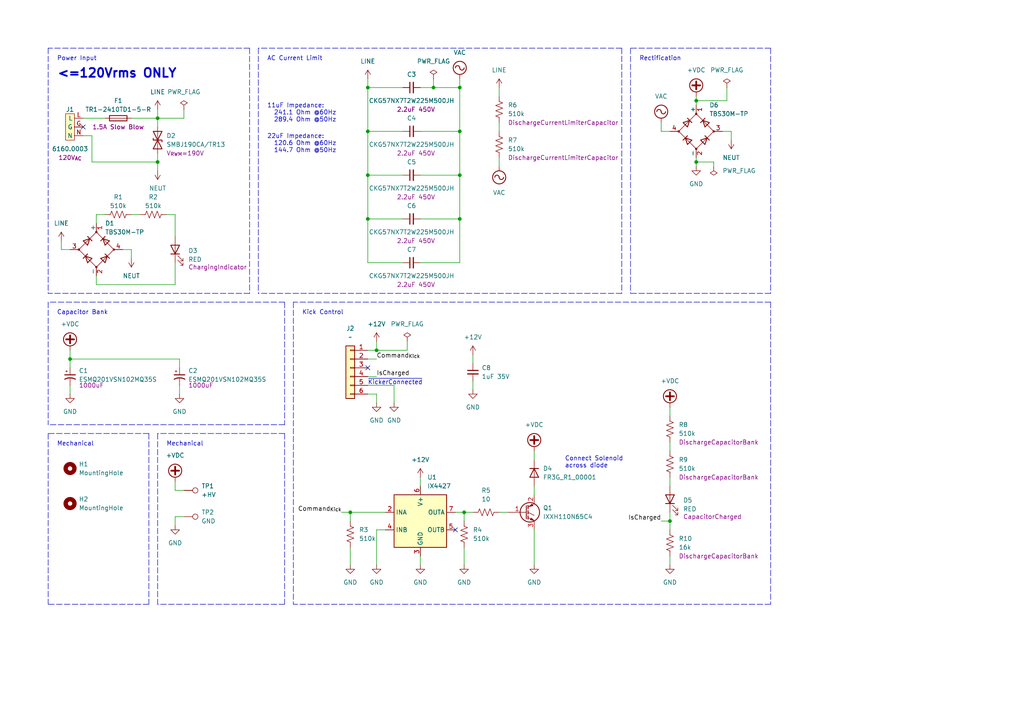
<source format=kicad_sch>
(kicad_sch (version 20211123) (generator eeschema)
  (paper "A4")
  (lib_symbols
    (symbol "AT-Connectors:Conn_ACPowerEntry_LGN"
      (property "Reference" "J" (at 0 5.08 0))
      (property "Value" "Conn_ACPowerEntry_LGN" (at 0 -5.08 0))
      (symbol "Conn_ACPowerEntry_LGN_0_1"
        (rectangle (start -1.27 3.81) (end 1.27 -3.81) (stroke (width 0.1524)) (fill (type background)))
      )
      (symbol "Conn_ACPowerEntry_LGN_1_1"
        (pin power_out line (at 3.81 0 180) (length 2.54) (name "G") (number "G"))
        (pin power_out line (at 3.81 2.54 180) (length 2.54) (name "L") (number "L"))
        (pin power_out line (at 3.81 -2.54 180) (length 2.54) (name "N") (number "N"))
      )
    )
    (symbol "AT-PowerIC:IX4427"
      (property "Reference" "U" (at -7.62 8.89 0))
      (property "Value" "IX4427" (at 1.27 8.89 0))
      (symbol "IX4427_0_1"
        (rectangle (start -7.62 -7.62) (end 7.62 7.62) (stroke (width 0.254)) (fill (type background)))
      )
      (symbol "IX4427_1_1"
        (pin no_connect line (at -7.62 0 0) (length 2.54) hide (name "NC") (number "1"))
        (pin input line (at -10.16 2.54 0) (length 2.54) (name "INA") (number "2"))
        (pin power_in line (at 0 -10.16 90) (length 2.54) (name "GND") (number "3"))
        (pin input line (at -10.16 -2.54 0) (length 2.54) (name "INB") (number "4"))
        (pin output line (at 10.16 -2.54 180) (length 2.54) (name "OUTB") (number "5"))
        (pin power_in line (at 0 10.16 270) (length 2.54) (name "V+") (number "6"))
        (pin output line (at 10.16 2.54 180) (length 2.54) (name "OUTA") (number "7"))
        (pin no_connect line (at 7.62 0 180) (length 2.54) hide (name "NC") (number "8"))
      )
    )
    (symbol "Connector:TestPoint" (pin_numbers hide) (pin_names (offset 0.762) hide)
      (property "Reference" "TP" (at 0 6.858 0))
      (property "Value" "TestPoint" (at 0 5.08 0))
      (symbol "TestPoint_0_1"
        (circle (center 0 3.302) (radius 0.762))
      )
      (symbol "TestPoint_1_1"
        (pin passive line (at 0 0 90) (length 2.54) (name "1") (number "1"))
      )
    )
    (symbol "Connector_Generic:Conn_01x06" (pin_names (offset 1.016) hide)
      (property "Reference" "J" (at 0 7.62 0))
      (property "Value" "Conn_01x06" (at 0 -10.16 0))
      (symbol "Conn_01x06_1_1"
        (rectangle (start -1.27 -7.493) (end 0 -7.747) (stroke (width 0.1524)))
        (rectangle (start -1.27 -4.953) (end 0 -5.207) (stroke (width 0.1524)))
        (rectangle (start -1.27 -2.413) (end 0 -2.667) (stroke (width 0.1524)))
        (rectangle (start -1.27 0.127) (end 0 -0.127) (stroke (width 0.1524)))
        (rectangle (start -1.27 2.667) (end 0 2.413) (stroke (width 0.1524)))
        (rectangle (start -1.27 5.207) (end 0 4.953) (stroke (width 0.1524)))
        (rectangle (start -1.27 6.35) (end 1.27 -8.89) (stroke (width 0.254)) (fill (type background)))
        (pin passive line (at -5.08 5.08 0) (length 3.81) (name "Pin_1") (number "1"))
        (pin passive line (at -5.08 2.54 0) (length 3.81) (name "Pin_2") (number "2"))
        (pin passive line (at -5.08 0 0) (length 3.81) (name "Pin_3") (number "3"))
        (pin passive line (at -5.08 -2.54 0) (length 3.81) (name "Pin_4") (number "4"))
        (pin passive line (at -5.08 -5.08 0) (length 3.81) (name "Pin_5") (number "5"))
        (pin passive line (at -5.08 -7.62 0) (length 3.81) (name "Pin_6") (number "6"))
      )
    )
    (symbol "Device:C_Polarized_Small_US" (pin_numbers hide) (pin_names (offset 0.254) hide)
      (property "Reference" "C" (at 0.254 1.778 0))
      (property "Value" "C_Polarized_Small_US" (at 0.254 -2.032 0))
      (symbol "C_Polarized_Small_US_0_1"
        (polyline (pts (xy -1.524 0.508) (xy 1.524 0.508)) (stroke (width 0.3048)))
        (polyline (pts (xy -1.27 1.524) (xy -0.762 1.524)))
        (polyline (pts (xy -1.016 1.27) (xy -1.016 1.778)))
        (arc (start 1.524 -0.762) (mid 0 -0.3734) (end -1.524 -0.762) (stroke (width 0.3048)))
      )
      (symbol "C_Polarized_Small_US_1_1"
        (pin passive line (at 0 2.54 270) (length 2.032) (name "~") (number "1"))
        (pin passive line (at 0 -2.54 90) (length 2.032) (name "~") (number "2"))
      )
    )
    (symbol "Device:C_Small" (pin_numbers hide) (pin_names (offset 0.254) hide)
      (property "Reference" "C" (at 0.254 1.778 0))
      (property "Value" "C_Small" (at 0.254 -2.032 0))
      (symbol "C_Small_0_1"
        (polyline (pts (xy -1.524 -0.508) (xy 1.524 -0.508)) (stroke (width 0.3302)))
        (polyline (pts (xy -1.524 0.508) (xy 1.524 0.508)) (stroke (width 0.3048)))
      )
      (symbol "C_Small_1_1"
        (pin passive line (at 0 2.54 270) (length 2.032) (name "~") (number "1"))
        (pin passive line (at 0 -2.54 90) (length 2.032) (name "~") (number "2"))
      )
    )
    (symbol "Device:D" (pin_numbers hide) (pin_names (offset 1.016) hide)
      (property "Reference" "D" (at 0 2.54 0))
      (property "Value" "D" (at 0 -2.54 0))
      (symbol "D_0_1"
        (polyline (pts (xy -1.27 1.27) (xy -1.27 -1.27)) (stroke (width 0.254)))
        (polyline (pts (xy 1.27 0) (xy -1.27 0)))
        (polyline (pts (xy 1.27 1.27) (xy 1.27 -1.27) (xy -1.27 0) (xy 1.27 1.27)) (stroke (width 0.254)))
      )
      (symbol "D_1_1"
        (pin passive line (at -3.81 0 0) (length 2.54) (name "K") (number "1"))
        (pin passive line (at 3.81 0 180) (length 2.54) (name "A") (number "2"))
      )
    )
    (symbol "Device:D_Bridge_+-AA" (pin_names (offset 0))
      (property "Reference" "D" (at 2.54 6.985 0))
      (property "Value" "D_Bridge_+-AA" (at 2.54 5.08 0))
      (symbol "D_Bridge_+-AA_0_1"
        (circle (center -5.08 0) (radius 0.254) (fill (type outline)))
        (circle (center 0 -5.08) (radius 0.254) (fill (type outline)))
        (polyline (pts (xy -2.54 3.81) (xy -1.27 2.54)) (stroke (width 0.254)))
        (polyline (pts (xy -1.27 -2.54) (xy -2.54 -3.81)) (stroke (width 0.254)))
        (polyline (pts (xy 2.54 -1.27) (xy 3.81 -2.54)) (stroke (width 0.254)))
        (polyline (pts (xy 2.54 1.27) (xy 3.81 2.54)) (stroke (width 0.254)))
        (polyline (pts (xy -3.81 2.54) (xy -2.54 1.27) (xy -1.905 3.175) (xy -3.81 2.54)) (stroke (width 0.254)))
        (polyline (pts (xy -2.54 -1.27) (xy -3.81 -2.54) (xy -1.905 -3.175) (xy -2.54 -1.27)) (stroke (width 0.254)))
        (polyline (pts (xy 1.27 2.54) (xy 2.54 3.81) (xy 3.175 1.905) (xy 1.27 2.54)) (stroke (width 0.254)))
        (polyline (pts (xy 3.175 -1.905) (xy 1.27 -2.54) (xy 2.54 -3.81) (xy 3.175 -1.905)) (stroke (width 0.254)))
        (polyline (pts (xy -5.08 0) (xy 0 -5.08) (xy 5.08 0) (xy 0 5.08) (xy -5.08 0)))
        (circle (center 0 5.08) (radius 0.254) (fill (type outline)))
        (circle (center 5.08 0) (radius 0.254) (fill (type outline)))
      )
      (symbol "D_Bridge_+-AA_1_1"
        (pin passive line (at 7.62 0 180) (length 2.54) (name "+") (number "1"))
        (pin passive line (at -7.62 0 0) (length 2.54) (name "-") (number "2"))
        (pin passive line (at 0 7.62 270) (length 2.54) (name "~") (number "3"))
        (pin passive line (at 0 -7.62 90) (length 2.54) (name "~") (number "4"))
      )
    )
    (symbol "Device:D_TVS" (pin_numbers hide) (pin_names (offset 1.016) hide)
      (property "Reference" "D" (at 0 2.54 0))
      (property "Value" "D_TVS" (at 0 -2.54 0))
      (symbol "D_TVS_0_1"
        (polyline (pts (xy 1.27 0) (xy -1.27 0)))
        (polyline (pts (xy 0.508 1.27) (xy 0 1.27) (xy 0 -1.27) (xy -0.508 -1.27)) (stroke (width 0.254)))
        (polyline (pts (xy -2.54 1.27) (xy -2.54 -1.27) (xy 2.54 1.27) (xy 2.54 -1.27) (xy -2.54 1.27)) (stroke (width 0.254)))
      )
      (symbol "D_TVS_1_1"
        (pin passive line (at -3.81 0 0) (length 2.54) (name "A1") (number "1"))
        (pin passive line (at 3.81 0 180) (length 2.54) (name "A2") (number "2"))
      )
    )
    (symbol "Device:Fuse" (pin_numbers hide) (pin_names (offset 0))
      (property "Reference" "F" (at 2.032 0 90))
      (property "Value" "Fuse" (at -1.905 0 90))
      (symbol "Fuse_0_1"
        (rectangle (start -0.762 -2.54) (end 0.762 2.54) (stroke (width 0.254)))
        (polyline (pts (xy 0 2.54) (xy 0 -2.54)))
      )
      (symbol "Fuse_1_1"
        (pin passive line (at 0 3.81 270) (length 1.27) (name "~") (number "1"))
        (pin passive line (at 0 -3.81 90) (length 1.27) (name "~") (number "2"))
      )
    )
    (symbol "Device:LED" (pin_numbers hide) (pin_names (offset 1.016) hide)
      (property "Reference" "D" (at 0 2.54 0))
      (property "Value" "LED" (at 0 -2.54 0))
      (symbol "LED_0_1"
        (polyline (pts (xy -1.27 -1.27) (xy -1.27 1.27)) (stroke (width 0.254)))
        (polyline (pts (xy -1.27 0) (xy 1.27 0)))
        (polyline (pts (xy 1.27 -1.27) (xy 1.27 1.27) (xy -1.27 0) (xy 1.27 -1.27)) (stroke (width 0.254)))
        (polyline (pts (xy -3.048 -0.762) (xy -4.572 -2.286) (xy -3.81 -2.286) (xy -4.572 -2.286) (xy -4.572 -1.524)))
        (polyline (pts (xy -1.778 -0.762) (xy -3.302 -2.286) (xy -2.54 -2.286) (xy -3.302 -2.286) (xy -3.302 -1.524)))
      )
      (symbol "LED_1_1"
        (pin passive line (at -3.81 0 0) (length 2.54) (name "K") (number "1"))
        (pin passive line (at 3.81 0 180) (length 2.54) (name "A") (number "2"))
      )
    )
    (symbol "Device:Q_NIGBT_GCE" (pin_names (offset 0) hide)
      (property "Reference" "Q" (at 5.08 1.27 0))
      (property "Value" "Q_NIGBT_GCE" (at 5.08 -1.27 0))
      (symbol "Q_NIGBT_GCE_0_1"
        (polyline (pts (xy 0.762 -1.016) (xy 0.762 -2.032)) (stroke (width 0.254)))
        (polyline (pts (xy 0.762 0.508) (xy 0.762 -0.508)) (stroke (width 0.254)))
        (polyline (pts (xy 0.762 2.032) (xy 0.762 1.016)) (stroke (width 0.254)))
        (polyline (pts (xy 2.54 -2.413) (xy 0.762 -1.524)))
        (polyline (pts (xy 2.54 -0.889) (xy 0.762 0)))
        (polyline (pts (xy 2.54 2.413) (xy 0.762 1.524)))
        (polyline (pts (xy 0.254 1.905) (xy 0.254 -1.905) (xy 0.254 -1.905)) (stroke (width 0.254)))
        (polyline (pts (xy 1.397 -2.159) (xy 1.651 -1.651) (xy 2.54 -2.413) (xy 1.397 -2.159)) (fill (type outline)))
        (polyline (pts (xy 2.159 1.905) (xy 1.905 2.413) (xy 1.016 1.651) (xy 2.159 1.905)) (fill (type outline)))
        (circle (center 1.27 0) (radius 2.8194) (stroke (width 0.254)))
      )
      (symbol "Q_NIGBT_GCE_1_1"
        (pin input line (at -5.08 0 0) (length 5.334) (name "G") (number "1"))
        (pin passive line (at 2.54 5.08 270) (length 2.54) (name "C") (number "2"))
        (pin passive line (at 2.54 -5.08 90) (length 2.54) (name "E") (number "3"))
      )
    )
    (symbol "Device:R_US" (pin_numbers hide) (pin_names (offset 0))
      (property "Reference" "R" (at 2.54 0 90))
      (property "Value" "R_US" (at -2.54 0 90))
      (symbol "R_US_0_1"
        (polyline (pts (xy 0 -2.286) (xy 0 -2.54)))
        (polyline (pts (xy 0 2.286) (xy 0 2.54)))
        (polyline (pts (xy 0 -0.762) (xy 1.016 -1.143) (xy 0 -1.524) (xy -1.016 -1.905) (xy 0 -2.286)))
        (polyline (pts (xy 0 0.762) (xy 1.016 0.381) (xy 0 0) (xy -1.016 -0.381) (xy 0 -0.762)))
        (polyline (pts (xy 0 2.286) (xy 1.016 1.905) (xy 0 1.524) (xy -1.016 1.143) (xy 0 0.762)))
      )
      (symbol "R_US_1_1"
        (pin passive line (at 0 3.81 270) (length 1.27) (name "~") (number "1"))
        (pin passive line (at 0 -3.81 90) (length 1.27) (name "~") (number "2"))
      )
    )
    (symbol "Mechanical:MountingHole" (pin_names (offset 1.016))
      (property "Reference" "H" (at 0 5.08 0))
      (property "Value" "MountingHole" (at 0 3.175 0))
      (symbol "MountingHole_0_1"
        (circle (center 0 0) (radius 1.27) (stroke (width 1.27)))
      )
    )
    (symbol "power:+12V" (power) (pin_names (offset 0))
      (property "Value" "+12V" (at 0 3.556 0))
      (symbol "+12V_0_1"
        (polyline (pts (xy -0.762 1.27) (xy 0 2.54)))
        (polyline (pts (xy 0 0) (xy 0 2.54)))
        (polyline (pts (xy 0 2.54) (xy 0.762 1.27)))
      )
      (symbol "+12V_1_1"
        (pin power_in line (at 0 0 90) (length 0) hide (name "+12V") (number "1"))
      )
    )
    (symbol "power:+VDC" (power) (pin_names (offset 0))
      (property "Value" "+VDC" (at 0 6.35 0))
      (symbol "+VDC_0_1"
        (polyline (pts (xy -1.143 3.175) (xy 1.143 3.175)) (stroke (width 0.508)))
        (polyline (pts (xy 0 0) (xy 0 1.27)))
        (polyline (pts (xy 0 2.032) (xy 0 4.318)) (stroke (width 0.508)))
        (circle (center 0 3.175) (radius 1.905) (stroke (width 0.254)))
      )
      (symbol "+VDC_1_1"
        (pin power_in line (at 0 0 90) (length 0) hide (name "+VDC") (number "1"))
      )
    )
    (symbol "power:GND" (power) (pin_names (offset 0))
      (property "Value" "GND" (at 0 -3.81 0))
      (symbol "GND_0_1"
        (polyline (pts (xy 0 0) (xy 0 -1.27) (xy 1.27 -1.27) (xy 0 -2.54) (xy -1.27 -1.27) (xy 0 -1.27)))
      )
      (symbol "GND_1_1"
        (pin power_in line (at 0 0 270) (length 0) hide (name "GND") (number "1"))
      )
    )
    (symbol "power:LINE" (power) (pin_names (offset 0))
      (property "Value" "LINE" (at 0 3.81 0))
      (symbol "LINE_0_1"
        (polyline (pts (xy -0.762 1.27) (xy 0 2.54)))
        (polyline (pts (xy 0 0) (xy 0 2.54)))
        (polyline (pts (xy 0 2.54) (xy 0.762 1.27)))
      )
      (symbol "LINE_1_1"
        (pin power_in line (at 0 0 90) (length 0) hide (name "LINE") (number "1"))
      )
    )
    (symbol "power:NEUT" (power) (pin_names (offset 0))
      (property "Value" "NEUT" (at 0 3.81 0))
      (symbol "NEUT_0_1"
        (polyline (pts (xy -0.762 1.27) (xy 0 2.54)))
        (polyline (pts (xy 0 0) (xy 0 2.54)))
        (polyline (pts (xy 0 2.54) (xy 0.762 1.27)))
      )
      (symbol "NEUT_1_1"
        (pin power_in line (at 0 0 90) (length 0) hide (name "NEUT") (number "1"))
      )
    )
    (symbol "power:PWR_FLAG" (power) (pin_numbers hide) (pin_names (offset 0) hide)
      (property "Value" "PWR_FLAG" (at 0 3.81 0))
      (symbol "PWR_FLAG_0_0"
        (pin power_out line (at 0 0 90) (length 0) (name "pwr") (number "1"))
      )
      (symbol "PWR_FLAG_0_1"
        (polyline (pts (xy 0 0) (xy 0 1.27) (xy -1.016 1.905) (xy 0 2.54) (xy 1.016 1.905) (xy 0 1.27)))
      )
    )
    (symbol "power:VAC" (power) (pin_names (offset 0))
      (property "Value" "VAC" (at 0 6.35 0))
      (symbol "VAC_0_1"
        (polyline (pts (xy 0 0) (xy 0 1.27)))
        (arc (start 0 3.175) (mid -0.635 3.81) (end -1.27 3.175) (stroke (width 0.254)))
        (arc (start 0 3.175) (mid 0.635 2.54) (end 1.27 3.175) (stroke (width 0.254)))
        (circle (center 0 3.175) (radius 1.905) (stroke (width 0.254)))
      )
      (symbol "VAC_1_1"
        (pin power_in line (at 0 0 90) (length 0) hide (name "VAC") (number "1"))
      )
    )
  )
  (junction (at 194.31 151.13))
  (junction (at 133.35 63.5))
  (junction (at 45.72 46.99))
  (junction (at 133.35 38.1))
  (junction (at 133.35 50.8))
  (junction (at 20.32 104.14))
  (junction (at 109.22 101.6))
  (junction (at 106.68 25.4))
  (junction (at 201.93 46.99))
  (junction (at 106.68 50.8))
  (junction (at 106.68 63.5))
  (junction (at 133.35 25.4))
  (junction (at 125.73 25.4))
  (junction (at 101.6 148.59))
  (junction (at 134.62 148.59))
  (junction (at 201.93 29.21))
  (junction (at 45.72 34.29))
  (junction (at 106.68 38.1))
  (no_connect (at 132.08 153.67))
  (no_connect (at 24.13 36.83))
  (no_connect (at 106.68 106.68))
  (wire (pts (xy 109.22 101.6) (xy 118.11 101.6)))
  (wire (pts (xy 20.32 104.14) (xy 20.32 106.68)))
  (wire (pts (xy 48.26 62.23) (xy 50.8 62.23)))
  (wire (pts (xy 45.72 46.99) (xy 45.72 44.45)))
  (wire (pts (xy 109.22 99.06) (xy 109.22 101.6)))
  (wire (pts (xy 38.1 62.23) (xy 40.64 62.23)))
  (wire (pts (xy 20.32 111.76) (xy 20.32 114.3)))
  (wire (pts (xy 144.78 35.56) (xy 144.78 38.1)))
  (wire (pts (xy 118.11 99.06) (xy 118.11 101.6)))
  (polyline (pts (xy 182.88 13.97) (xy 182.88 85.09)) (stroke (width 0) (type dash)))
  (wire (pts (xy 53.34 31.75) (xy 53.34 34.29)))
  (wire (pts (xy 201.93 46.99) (xy 201.93 48.26)))
  (wire (pts (xy 45.72 46.99) (xy 45.72 49.53)))
  (wire (pts (xy 106.68 38.1) (xy 116.84 38.1)))
  (wire (pts (xy 133.35 50.8) (xy 133.35 38.1)))
  (wire (pts (xy 144.78 148.59) (xy 147.32 148.59)))
  (wire (pts (xy 154.94 140.97) (xy 154.94 143.51)))
  (polyline (pts (xy 82.55 87.63) (xy 13.97 87.63)) (stroke (width 0) (type dash)))
  (wire (pts (xy 125.73 22.86) (xy 125.73 25.4)))
  (polyline (pts (xy 72.39 13.97) (xy 13.97 13.97)) (stroke (width 0) (type dash)))
  (wire (pts (xy 106.68 25.4) (xy 106.68 38.1)))
  (wire (pts (xy 133.35 76.2) (xy 133.35 63.5)))
  (wire (pts (xy 45.72 34.29) (xy 53.34 34.29)))
  (wire (pts (xy 137.16 102.87) (xy 137.16 105.41)))
  (wire (pts (xy 191.77 151.13) (xy 194.31 151.13)))
  (wire (pts (xy 194.31 161.29) (xy 194.31 163.83)))
  (wire (pts (xy 106.68 111.76) (xy 114.3 111.76)))
  (wire (pts (xy 125.73 25.4) (xy 133.35 25.4)))
  (wire (pts (xy 114.3 116.84) (xy 114.3 111.76)))
  (wire (pts (xy 194.31 118.11) (xy 194.31 120.65)))
  (wire (pts (xy 35.56 72.39) (xy 38.1 72.39)))
  (wire (pts (xy 106.68 50.8) (xy 106.68 63.5)))
  (wire (pts (xy 24.13 34.29) (xy 30.48 34.29)))
  (wire (pts (xy 154.94 153.67) (xy 154.94 163.83)))
  (wire (pts (xy 27.94 82.55) (xy 50.8 82.55)))
  (wire (pts (xy 20.32 101.6) (xy 20.32 104.14)))
  (wire (pts (xy 17.78 69.85) (xy 17.78 72.39)))
  (polyline (pts (xy 43.18 125.73) (xy 13.97 125.73)) (stroke (width 0) (type dash)))
  (polyline (pts (xy 223.52 87.63) (xy 85.09 87.63)) (stroke (width 0) (type dash)))
  (polyline (pts (xy 85.09 87.63) (xy 85.09 175.26)) (stroke (width 0) (type dash)))
  (wire (pts (xy 121.92 76.2) (xy 133.35 76.2)))
  (wire (pts (xy 106.68 63.5) (xy 106.68 76.2)))
  (wire (pts (xy 191.77 35.56) (xy 191.77 38.1)))
  (polyline (pts (xy 13.97 13.97) (xy 13.97 85.09)) (stroke (width 0) (type dash)))
  (wire (pts (xy 45.72 31.75) (xy 45.72 34.29)))
  (wire (pts (xy 121.92 50.8) (xy 133.35 50.8)))
  (wire (pts (xy 109.22 114.3) (xy 109.22 116.84)))
  (polyline (pts (xy 45.72 125.73) (xy 45.72 175.26)) (stroke (width 0) (type dash)))
  (polyline (pts (xy 223.52 13.97) (xy 223.52 85.09)) (stroke (width 0) (type dash)))
  (wire (pts (xy 133.35 25.4) (xy 133.35 38.1)))
  (polyline (pts (xy 74.93 13.97) (xy 74.93 85.09)) (stroke (width 0) (type dash)))
  (wire (pts (xy 194.31 151.13) (xy 194.31 153.67)))
  (polyline (pts (xy 82.55 87.63) (xy 82.55 123.19)) (stroke (width 0) (type dash)))
  (wire (pts (xy 24.13 39.37) (xy 26.67 39.37)))
  (wire (pts (xy 106.68 25.4) (xy 116.84 25.4)))
  (wire (pts (xy 154.94 130.81) (xy 154.94 133.35)))
  (polyline (pts (xy 180.34 85.09) (xy 74.93 85.09)) (stroke (width 0) (type dash)))
  (wire (pts (xy 50.8 139.7) (xy 50.8 142.24)))
  (polyline (pts (xy 82.55 125.73) (xy 82.55 175.26)) (stroke (width 0) (type dash)))
  (polyline (pts (xy 180.34 13.97) (xy 74.93 13.97)) (stroke (width 0) (type dash)))
  (wire (pts (xy 17.78 72.39) (xy 20.32 72.39)))
  (wire (pts (xy 45.72 34.29) (xy 45.72 36.83)))
  (wire (pts (xy 27.94 62.23) (xy 27.94 64.77)))
  (wire (pts (xy 50.8 149.86) (xy 50.8 152.4)))
  (wire (pts (xy 111.76 153.67) (xy 109.22 153.67)))
  (wire (pts (xy 121.92 25.4) (xy 125.73 25.4)))
  (polyline (pts (xy 223.52 87.63) (xy 223.52 175.26)) (stroke (width 0) (type dash)))
  (wire (pts (xy 109.22 153.67) (xy 109.22 163.83)))
  (wire (pts (xy 212.09 38.1) (xy 212.09 40.64)))
  (wire (pts (xy 210.82 25.4) (xy 210.82 29.21)))
  (polyline (pts (xy 13.97 125.73) (xy 13.97 175.26)) (stroke (width 0) (type dash)))
  (wire (pts (xy 132.08 148.59) (xy 134.62 148.59)))
  (wire (pts (xy 20.32 104.14) (xy 52.07 104.14)))
  (wire (pts (xy 191.77 38.1) (xy 194.31 38.1)))
  (polyline (pts (xy 72.39 13.97) (xy 72.39 85.09)) (stroke (width 0) (type dash)))
  (wire (pts (xy 52.07 111.76) (xy 52.07 114.3)))
  (wire (pts (xy 106.68 22.86) (xy 106.68 25.4)))
  (polyline (pts (xy 223.52 13.97) (xy 182.88 13.97)) (stroke (width 0) (type dash)))
  (wire (pts (xy 194.31 128.27) (xy 194.31 130.81)))
  (wire (pts (xy 134.62 158.75) (xy 134.62 163.83)))
  (wire (pts (xy 201.93 29.21) (xy 210.82 29.21)))
  (wire (pts (xy 109.22 104.14) (xy 106.68 104.14)))
  (wire (pts (xy 144.78 45.72) (xy 144.78 48.26)))
  (wire (pts (xy 106.68 101.6) (xy 109.22 101.6)))
  (polyline (pts (xy 72.39 85.09) (xy 13.97 85.09)) (stroke (width 0) (type dash)))
  (wire (pts (xy 134.62 151.13) (xy 134.62 148.59)))
  (wire (pts (xy 137.16 110.49) (xy 137.16 113.03)))
  (wire (pts (xy 201.93 45.72) (xy 201.93 46.99)))
  (wire (pts (xy 38.1 72.39) (xy 38.1 74.93)))
  (wire (pts (xy 133.35 63.5) (xy 133.35 50.8)))
  (wire (pts (xy 101.6 158.75) (xy 101.6 163.83)))
  (wire (pts (xy 38.1 34.29) (xy 45.72 34.29)))
  (wire (pts (xy 27.94 80.01) (xy 27.94 82.55)))
  (wire (pts (xy 201.93 29.21) (xy 201.93 30.48)))
  (wire (pts (xy 121.92 63.5) (xy 133.35 63.5)))
  (wire (pts (xy 194.31 148.59) (xy 194.31 151.13)))
  (wire (pts (xy 50.8 62.23) (xy 50.8 68.58)))
  (polyline (pts (xy 82.55 125.73) (xy 45.72 125.73)) (stroke (width 0) (type dash)))
  (wire (pts (xy 26.67 39.37) (xy 26.67 46.99)))
  (wire (pts (xy 106.68 114.3) (xy 109.22 114.3)))
  (wire (pts (xy 101.6 148.59) (xy 111.76 148.59)))
  (wire (pts (xy 209.55 38.1) (xy 212.09 38.1)))
  (polyline (pts (xy 82.55 123.19) (xy 13.97 123.19)) (stroke (width 0) (type dash)))
  (wire (pts (xy 52.07 104.14) (xy 52.07 106.68)))
  (wire (pts (xy 53.34 142.24) (xy 50.8 142.24)))
  (polyline (pts (xy 223.52 85.09) (xy 182.88 85.09)) (stroke (width 0) (type dash)))
  (polyline (pts (xy 43.18 175.26) (xy 13.97 175.26)) (stroke (width 0) (type dash)))
  (wire (pts (xy 106.68 50.8) (xy 116.84 50.8)))
  (wire (pts (xy 207.01 48.26) (xy 207.01 46.99)))
  (wire (pts (xy 121.92 138.43) (xy 121.92 140.97)))
  (polyline (pts (xy 180.34 13.97) (xy 180.34 85.09)) (stroke (width 0) (type dash)))
  (wire (pts (xy 50.8 82.55) (xy 50.8 76.2)))
  (wire (pts (xy 106.68 38.1) (xy 106.68 50.8)))
  (wire (pts (xy 121.92 161.29) (xy 121.92 163.83)))
  (wire (pts (xy 201.93 27.94) (xy 201.93 29.21)))
  (polyline (pts (xy 223.52 175.26) (xy 85.09 175.26)) (stroke (width 0) (type dash)))
  (wire (pts (xy 121.92 38.1) (xy 133.35 38.1)))
  (wire (pts (xy 134.62 148.59) (xy 137.16 148.59)))
  (wire (pts (xy 194.31 138.43) (xy 194.31 140.97)))
  (wire (pts (xy 106.68 63.5) (xy 116.84 63.5)))
  (polyline (pts (xy 13.97 87.63) (xy 13.97 123.19)) (stroke (width 0) (type dash)))
  (wire (pts (xy 144.78 25.4) (xy 144.78 27.94)))
  (wire (pts (xy 26.67 46.99) (xy 45.72 46.99)))
  (polyline (pts (xy 82.55 175.26) (xy 45.72 175.26)) (stroke (width 0) (type dash)))
  (wire (pts (xy 101.6 148.59) (xy 101.6 151.13)))
  (wire (pts (xy 106.68 109.22) (xy 109.22 109.22)))
  (polyline (pts (xy 43.18 125.73) (xy 43.18 175.26)) (stroke (width 0) (type dash)))
  (wire (pts (xy 201.93 46.99) (xy 207.01 46.99)))
  (wire (pts (xy 106.68 76.2) (xy 116.84 76.2)))
  (wire (pts (xy 30.48 62.23) (xy 27.94 62.23)))
  (wire (pts (xy 99.06 148.59) (xy 101.6 148.59)))
  (wire (pts (xy 133.35 22.86) (xy 133.35 25.4)))
  (wire (pts (xy 53.34 149.86) (xy 50.8 149.86)))
  (text "AC Current Limit" (at 77.47 17.78 0) (effects (font (size 1.27 1.27)) (justify left bottom)))
  (text "Power Input" (at 16.51 17.78 0) (effects (font (size 1.27 1.27)) (justify left bottom)))
  (text "<=120Vrms ONLY" (at 16.51 22.86 0) (effects (font (size 2.54 2.54) (thickness 0.508) bold) (justify left bottom)))
  (text "Capacitor Bank" (at 16.51 91.44 0) (effects (font (size 1.27 1.27)) (justify left bottom)))
  (text "Rectification" (at 185.42 17.78 0) (effects (font (size 1.27 1.27)) (justify left bottom)))
  (text "Connect Solenoid\nacross diode" (at 163.83 135.89 0) (effects (font (size 1.27 1.27)) (justify left bottom)))
  (text "Mechanical" (at 16.51 129.54 0) (effects (font (size 1.27 1.27)) (justify left bottom)))
  (text "22uF Impedance:\n  120.6 Ohm @60Hz\n  144.7 Ohm @50Hz" (at 77.47 44.45 0) (effects (font (size 1.27 1.27)) (justify left bottom)))
  (text "Mechanical" (at 48.26 129.54 0) (effects (font (size 1.27 1.27)) (justify left bottom)))
  (text "11uF Impedance:\n  241.1 Ohm @60Hz\n  289.4 Ohm @50Hz" (at 77.47 35.56 0) (effects (font (size 1.27 1.27)) (justify left bottom)))
  (text "Kick Control" (at 87.63 91.44 0) (effects (font (size 1.27 1.27)) (justify left bottom)))
  (text "~{KickerConnected}" (at 106.68 111.76 0) (effects (font (size 1.27 1.27)) (justify left bottom)))
  (label "IsCharged" (at 191.77 151.13 180))
  (label "Command_{Kick}" (at 109.22 104.14 0))
  (label "IsCharged" (at 109.22 109.22 0))
  (label "Command_{Kick}" (at 99.06 148.59 180))
  (symbol (lib_id "Device:R_US") (at 144.78 41.91 0) (unit 1)
    (property "Reference" "R7" (at 147.32 40.6399 0) (effects (justify left)))
    (property "Value" "510k" (at 147.32 43.1799 0) (effects (justify left)))
    (property "Footprint" "Resistor_SMD:R_0805_2012Metric" (effects hide))
    (property "Value2" "DischargeCurrentLimiterCapacitor" (at 147.32 45.72 0) (effects (justify left)))
  )
  (symbol (lib_id "power:PWR_FLAG") (at 207.01 48.26 180) (unit 1)
    (property "Reference" "#FLG04" (effects hide))
    (property "Value" "PWR_FLAG" (at 209.55 49.5299 0) (effects (justify right)))
  )
  (symbol (lib_id "power:VAC") (at 191.77 35.56 0) (unit 1)
    (property "Reference" "#PWR026" (effects hide))
    (property "Value" "VAC" (at 191.77 27.94 0))
  )
  (symbol (lib_id "power:LINE") (at 106.68 22.86 0) (unit 1)
    (property "Reference" "#PWR011" (effects hide))
    (property "Value" "LINE" (at 106.68 17.78 0))
  )
  (symbol (lib_id "Device:R_US") (at 34.29 62.23 90) (unit 1)
    (property "Reference" "R1" (at 34.29 57.15 90))
    (property "Value" "510k" (at 34.29 59.69 90))
    (property "Footprint" "Resistor_SMD:R_0805_2012Metric" (effects hide))
  )
  (symbol (lib_id "power:+12V") (at 137.16 102.87 0) (unit 1)
    (property "Reference" "#PWR020" (effects hide))
    (property "Value" "+12V" (at 137.16 97.79 0))
  )
  (symbol (lib_id "Device:D_Bridge_+-AA") (at 201.93 38.1 270) (mirror x) (unit 1)
    (property "Reference" "D6" (at 205.74 30.48 90) (effects (justify left)))
    (property "Value" "TBS30M-TP" (at 205.74 33.02 90) (effects (justify left)))
    (property "Footprint" "AT-IC:TBS" (effects hide))
  )
  (symbol (lib_id "Device:C_Polarized_Small_US") (at 52.07 109.22 0) (unit 1)
    (property "Reference" "C2" (at 54.61 107.5181 0) (effects (justify left)))
    (property "Value" "ESMQ201VSN102MQ35S" (at 54.61 110.0581 0) (effects (justify left)))
    (property "Footprint" "AT-Capacitors:CP_Radial_D25.40mm_P10.00mm" (effects hide))
    (property "Datasheet" "https://www.chemi-con.co.jp/products/relatedfiles/capacitor/catalog/SMQN-e.PDF" (effects hide))
    (property "Value2" "1000uF" (at 54.61 111.76 0) (effects (justify left)))
  )
  (symbol (lib_id "power:PWR_FLAG") (at 53.34 31.75 0) (unit 1)
    (property "Reference" "#FLG01" (effects hide))
    (property "Value" "PWR_FLAG" (at 53.34 26.67 0))
  )
  (symbol (lib_id "Device:Q_NIGBT_GCE") (at 152.4 148.59 0) (unit 1)
    (property "Reference" "Q1" (at 157.48 147.3199 0) (effects (justify left)))
    (property "Value" "IXXH110N65C4" (at 157.48 149.8599 0) (effects (justify left)))
    (property "Footprint" "Package_TO_SOT_THT:TO-247-3_Vertical" (effects hide))
  )
  (symbol (lib_id "power:GND") (at 50.8 152.4 0) (unit 1)
    (property "Reference" "#PWR08" (effects hide))
    (property "Value" "GND" (at 50.8 157.48 0))
  )
  (symbol (lib_id "Mechanical:MountingHole") (at 20.32 135.89 0) (unit 1)
    (property "Reference" "H1" (at 22.86 134.6199 0) (effects (justify left)))
    (property "Value" "MountingHole" (at 22.86 137.1599 0) (effects (justify left)))
    (property "Footprint" "MountingHole:MountingHole_3.2mm_M3" (effects hide))
  )
  (symbol (lib_id "Connector:TestPoint") (at 53.34 142.24 270) (unit 1)
    (property "Reference" "TP1" (at 58.42 140.9699 90) (effects (justify left)))
    (property "Value" "+HV" (at 58.42 143.5099 90) (effects (justify left)))
    (property "Footprint" "TestPoint:TestPoint_THTPad_D2.0mm_Drill1.0mm" (effects hide))
  )
  (symbol (lib_id "power:GND") (at 134.62 163.83 0) (unit 1)
    (property "Reference" "#PWR019" (effects hide))
    (property "Value" "GND" (at 134.62 168.91 0))
  )
  (symbol (lib_id "power:NEUT") (at 38.1 74.93 180) (unit 1)
    (property "Reference" "#PWR04" (effects hide))
    (property "Value" "NEUT" (at 38.1 80.01 0))
  )
  (symbol (lib_id "Device:LED") (at 50.8 72.39 90) (unit 1)
    (property "Reference" "D3" (at 54.61 72.7074 90) (effects (justify right)))
    (property "Value" "RED" (at 54.61 75.2474 90) (effects (justify right)))
    (property "Footprint" "LED_SMD:LED_0603_1608Metric" (effects hide))
    (property "Value2" "ChargingIndicator" (at 54.61 77.47 90) (effects (justify right)))
  )
  (symbol (lib_id "power:NEUT") (at 212.09 40.64 180) (unit 1)
    (property "Reference" "#PWR031" (effects hide))
    (property "Value" "NEUT" (at 212.09 45.72 0))
  )
  (symbol (lib_id "AT-PowerIC:IX4427") (at 121.92 151.13 0) (unit 1)
    (property "Reference" "U1" (at 123.9394 138.43 0) (effects (justify left)))
    (property "Value" "IX4427" (at 123.9394 140.97 0) (effects (justify left)))
    (property "Footprint" "Package_SO:SOIC-8_3.9x4.9mm_P1.27mm" (effects hide))
    (property "Datasheet" "https://www.ixysic.com/home/pdfs.nsf/www/IX4426-27-28.pdf/$file/IX4426-27-28.pdf" (effects hide))
  )
  (symbol (lib_id "Device:D") (at 154.94 137.16 270) (unit 1)
    (property "Reference" "D4" (at 157.48 135.8899 90) (effects (justify left)))
    (property "Value" "FR3G_R1_00001" (at 157.48 138.4299 90) (effects (justify left)))
    (property "Footprint" "Diode_SMD:D_SMC" (effects hide))
  )
  (symbol (lib_id "Device:R_US") (at 101.6 154.94 0) (unit 1)
    (property "Reference" "R3" (at 104.14 153.6699 0) (effects (justify left)))
    (property "Value" "510k" (at 104.14 156.2099 0) (effects (justify left)))
    (property "Footprint" "Resistor_SMD:R_0805_2012Metric" (effects hide))
  )
  (symbol (lib_id "power:NEUT") (at 45.72 49.53 180) (unit 1)
    (property "Reference" "#PWR06" (effects hide))
    (property "Value" "NEUT" (at 45.72 54.61 0))
  )
  (symbol (lib_id "power:+12V") (at 109.22 99.06 0) (unit 1)
    (property "Reference" "#PWR012" (effects hide))
    (property "Value" "+12V" (at 109.22 93.98 0))
  )
  (symbol (lib_id "Device:R_US") (at 194.31 124.46 0) (unit 1)
    (property "Reference" "R8" (at 196.85 123.1899 0) (effects (justify left)))
    (property "Value" "510k" (at 196.85 125.7299 0) (effects (justify left)))
    (property "Footprint" "Resistor_SMD:R_0805_2012Metric" (effects hide))
    (property "Value2" "DischargeCapacitorBank" (at 196.85 128.27 0) (effects (justify left)))
  )
  (symbol (lib_id "power:GND") (at 201.93 48.26 0) (unit 1)
    (property "Reference" "#PWR030" (effects hide))
    (property "Value" "GND" (at 201.93 53.34 0))
  )
  (symbol (lib_id "power:+VDC") (at 201.93 27.94 0) (unit 1)
    (property "Reference" "#PWR029" (effects hide))
    (property "Value" "+VDC" (at 201.93 20.32 0))
  )
  (symbol (lib_id "Device:D_TVS") (at 45.72 40.64 90) (unit 1)
    (property "Reference" "D2" (at 48.26 39.3699 90) (effects (justify right)))
    (property "Value" "SMBJ190CA/TR13" (at 48.26 41.91 90) (effects (justify right)))
    (property "Footprint" "AT-Discrete:D_SMB_Non-Polar" (effects hide))
    (property "Value2" "V_{RWM}=190V" (at 48.26 44.45 90) (effects (justify right)))
  )
  (symbol (lib_id "power:PWR_FLAG") (at 210.82 25.4 0) (unit 1)
    (property "Reference" "#FLG05" (effects hide))
    (property "Value" "PWR_FLAG" (at 210.82 20.32 0))
  )
  (symbol (lib_id "Device:C_Small") (at 119.38 76.2 90) (unit 1)
    (property "Reference" "C7" (at 119.38 72.39 90))
    (property "Value" "CKG57NX7T2W225M500JH" (at 119.38 80.01 90))
    (property "Footprint" "AT-Capacitors:CKG57N" (effects hide))
    (property "Value2" "2.2uF 450V" (at 120.65 82.55 90))
  )
  (symbol (lib_id "power:+VDC") (at 154.94 130.81 0) (unit 1)
    (property "Reference" "#PWR024" (effects hide))
    (property "Value" "+VDC" (at 154.94 123.19 0))
  )
  (symbol (lib_id "power:GND") (at 109.22 116.84 0) (unit 1)
    (property "Reference" "#PWR013" (effects hide))
    (property "Value" "GND" (at 109.22 121.92 0))
  )
  (symbol (lib_id "Device:R_US") (at 140.97 148.59 90) (unit 1)
    (property "Reference" "R5" (at 140.97 142.24 90))
    (property "Value" "10" (at 140.97 144.78 90))
    (property "Footprint" "Resistor_SMD:R_0603_1608Metric" (effects hide))
  )
  (symbol (lib_id "power:GND") (at 194.31 163.83 0) (unit 1)
    (property "Reference" "#PWR028" (effects hide))
    (property "Value" "GND" (at 194.31 168.91 0))
  )
  (symbol (lib_id "Connector:TestPoint") (at 53.34 149.86 270) (unit 1)
    (property "Reference" "TP2" (at 58.42 148.5899 90) (effects (justify left)))
    (property "Value" "GND" (at 58.42 151.1299 90) (effects (justify left)))
    (property "Footprint" "TestPoint:TestPoint_THTPad_D2.0mm_Drill1.0mm" (effects hide))
  )
  (symbol (lib_id "Device:D_Bridge_+-AA") (at 27.94 72.39 90) (unit 1)
    (property "Reference" "D1" (at 30.48 64.77 90) (effects (justify right)))
    (property "Value" "TBS30M-TP" (at 30.48 67.31 90) (effects (justify right)))
    (property "Footprint" "AT-IC:TBS" (effects hide))
  )
  (symbol (lib_id "Device:C_Small") (at 119.38 63.5 90) (unit 1)
    (property "Reference" "C6" (at 119.38 59.69 90))
    (property "Value" "CKG57NX7T2W225M500JH" (at 119.38 67.31 90))
    (property "Footprint" "AT-Capacitors:CKG57N" (effects hide))
    (property "Value2" "2.2uF 450V" (at 120.65 69.85 90))
  )
  (symbol (lib_id "power:GND") (at 154.94 163.83 0) (unit 1)
    (property "Reference" "#PWR025" (effects hide))
    (property "Value" "GND" (at 154.94 168.91 0))
  )
  (symbol (lib_id "power:VAC") (at 133.35 22.86 0) (unit 1)
    (property "Reference" "#PWR018" (effects hide))
    (property "Value" "VAC" (at 133.35 15.24 0))
  )
  (symbol (lib_id "power:VAC") (at 144.78 48.26 180) (unit 1)
    (property "Reference" "#PWR023" (effects hide))
    (property "Value" "VAC" (at 144.78 55.88 0))
  )
  (symbol (lib_id "power:+12V") (at 121.92 138.43 0) (unit 1)
    (property "Reference" "#PWR016" (effects hide))
    (property "Value" "+12V" (at 121.92 133.35 0))
  )
  (symbol (lib_id "Device:R_US") (at 194.31 134.62 0) (unit 1)
    (property "Reference" "R9" (at 196.85 133.3499 0) (effects (justify left)))
    (property "Value" "510k" (at 196.85 135.8899 0) (effects (justify left)))
    (property "Footprint" "Resistor_SMD:R_0805_2012Metric" (effects hide))
    (property "Value2" "DischargeCapacitorBank" (at 196.85 138.43 0) (effects (justify left)))
  )
  (symbol (lib_id "power:GND") (at 20.32 114.3 0) (unit 1)
    (property "Reference" "#PWR03" (effects hide))
    (property "Value" "GND" (at 20.32 119.38 0))
  )
  (symbol (lib_id "Device:C_Small") (at 119.38 50.8 90) (unit 1)
    (property "Reference" "C5" (at 119.38 46.99 90))
    (property "Value" "CKG57NX7T2W225M500JH" (at 119.38 54.61 90))
    (property "Footprint" "AT-Capacitors:CKG57N" (effects hide))
    (property "Value2" "2.2uF 450V" (at 120.65 57.15 90))
  )
  (symbol (lib_id "power:PWR_FLAG") (at 118.11 99.06 0) (unit 1)
    (property "Reference" "#FLG02" (effects hide))
    (property "Value" "PWR_FLAG" (at 118.11 93.98 0))
  )
  (symbol (lib_id "Device:C_Small") (at 119.38 38.1 90) (unit 1)
    (property "Reference" "C4" (at 119.38 34.29 90))
    (property "Value" "CKG57NX7T2W225M500JH" (at 119.38 41.91 90))
    (property "Footprint" "AT-Capacitors:CKG57N" (effects hide))
    (property "Value2" "2.2uF 450V" (at 120.65 44.45 90))
  )
  (symbol (lib_id "power:+VDC") (at 194.31 118.11 0) (unit 1)
    (property "Reference" "#PWR027" (effects hide))
    (property "Value" "+VDC" (at 194.31 110.49 0))
  )
  (symbol (lib_id "power:GND") (at 121.92 163.83 0) (unit 1)
    (property "Reference" "#PWR017" (effects hide))
    (property "Value" "GND" (at 121.92 168.91 0))
  )
  (symbol (lib_id "power:GND") (at 109.22 163.83 0) (unit 1)
    (property "Reference" "#PWR014" (effects hide))
    (property "Value" "GND" (at 109.22 168.91 0))
  )
  (symbol (lib_id "power:GND") (at 114.3 116.84 0) (unit 1)
    (property "Reference" "#PWR015" (effects hide))
    (property "Value" "GND" (at 114.3 121.92 0))
  )
  (symbol (lib_id "Device:C_Small") (at 119.38 25.4 90) (unit 1)
    (property "Reference" "C3" (at 119.38 21.59 90))
    (property "Value" "CKG57NX7T2W225M500JH" (at 119.38 29.21 90))
    (property "Footprint" "AT-Capacitors:CKG57N" (effects hide))
    (property "Value2" "2.2uF 450V" (at 120.65 31.75 90))
  )
  (symbol (lib_id "power:LINE") (at 45.72 31.75 0) (unit 1)
    (property "Reference" "#PWR05" (effects hide))
    (property "Value" "LINE" (at 45.72 26.67 0))
  )
  (symbol (lib_id "Device:C_Small") (at 137.16 107.95 0) (unit 1)
    (property "Reference" "C8" (at 139.7 106.6862 0) (effects (justify left)))
    (property "Value" "1uF 35V" (at 139.7 109.2262 0) (effects (justify left)))
    (property "Footprint" "LED_SMD:LED_0603_1608Metric" (effects hide))
  )
  (symbol (lib_id "Device:R_US") (at 194.31 157.48 0) (unit 1)
    (property "Reference" "R10" (at 196.85 156.2099 0) (effects (justify left)))
    (property "Value" "16k" (at 196.85 158.7499 0) (effects (justify left)))
    (property "Footprint" "Resistor_SMD:R_0805_2012Metric" (effects hide))
    (property "Value2" "DischargeCapacitorBank" (at 196.85 161.29 0) (effects (justify left)))
  )
  (symbol (lib_id "Device:LED") (at 194.31 144.78 90) (unit 1)
    (property "Reference" "D5" (at 198.12 145.0974 90) (effects (justify right)))
    (property "Value" "RED" (at 198.12 147.6374 90) (effects (justify right)))
    (property "Footprint" "LED_SMD:LED_0603_1608Metric" (effects hide))
    (property "Value2" "CapacitorCharged" (at 198.12 149.86 90) (effects (justify right)))
  )
  (symbol (lib_id "Device:Fuse") (at 34.29 34.29 90) (unit 1)
    (property "Reference" "F1" (at 34.29 29.21 90))
    (property "Value" "TR1-2410TD1-5-R" (at 34.29 31.75 90))
    (property "Footprint" "AT-Fuses:Fuse_2410_6125Metric" (effects hide))
    (property "Value2" "1.5A Slow Blow" (at 34.29 36.83 90))
  )
  (symbol (lib_id "power:+VDC") (at 20.32 101.6 0) (unit 1)
    (property "Reference" "#PWR02" (effects hide))
    (property "Value" "+VDC" (at 20.32 93.98 0))
  )
  (symbol (lib_id "Device:R_US") (at 144.78 31.75 0) (unit 1)
    (property "Reference" "R6" (at 147.32 30.4799 0) (effects (justify left)))
    (property "Value" "510k" (at 147.32 33.0199 0) (effects (justify left)))
    (property "Footprint" "Resistor_SMD:R_0805_2012Metric" (effects hide))
    (property "Value2" "DischargeCurrentLimiterCapacitor" (at 147.32 35.56 0) (effects (justify left)))
  )
  (symbol (lib_id "AT-Connectors:Conn_ACPowerEntry_LGN") (at 20.32 36.83 0) (unit 1)
    (property "Reference" "J1" (at 20.32 31.75 0))
    (property "Value" "6160.0003" (at 20.32 43.18 0))
    (property "Footprint" "AT-Connectors:6160.0003" (effects hide))
    (property "Datasheet" "https://us.schurter.com/bundles/snceschurter/epim/_ProdPool_/newDS/en/typ_2563.pdf" (effects hide))
    (property "Value2" "120V_{AC}" (at 20.32 45.72 0))
  )
  (symbol (lib_id "Device:C_Polarized_Small_US") (at 20.32 109.22 0) (unit 1)
    (property "Reference" "C1" (at 22.86 107.5181 0) (effects (justify left)))
    (property "Value" "ESMQ201VSN102MQ35S" (at 22.86 110.0581 0) (effects (justify left)))
    (property "Footprint" "AT-Capacitors:CP_Radial_D25.40mm_P10.00mm" (effects hide))
    (property "Datasheet" "https://www.chemi-con.co.jp/products/relatedfiles/capacitor/catalog/SMQN-e.PDF" (effects hide))
    (property "Value2" "1000uF" (at 22.86 111.76 0) (effects (justify left)))
  )
  (symbol (lib_id "Device:R_US") (at 134.62 154.94 0) (unit 1)
    (property "Reference" "R4" (at 137.16 153.6699 0) (effects (justify left)))
    (property "Value" "510k" (at 137.16 156.2099 0) (effects (justify left)))
    (property "Footprint" "Resistor_SMD:R_0805_2012Metric" (effects hide))
  )
  (symbol (lib_id "power:LINE") (at 17.78 69.85 0) (unit 1)
    (property "Reference" "#PWR01" (effects hide))
    (property "Value" "LINE" (at 17.78 64.77 0))
  )
  (symbol (lib_id "power:PWR_FLAG") (at 125.73 22.86 0) (unit 1)
    (property "Reference" "#FLG03" (effects hide))
    (property "Value" "PWR_FLAG" (at 125.73 17.78 0))
  )
  (symbol (lib_id "Mechanical:MountingHole") (at 20.32 146.05 0) (unit 1)
    (property "Reference" "H2" (at 22.86 144.7799 0) (effects (justify left)))
    (property "Value" "MountingHole" (at 22.86 147.3199 0) (effects (justify left)))
    (property "Footprint" "MountingHole:MountingHole_3.2mm_M3" (effects hide))
  )
  (symbol (lib_id "power:LINE") (at 144.78 25.4 0) (unit 1)
    (property "Reference" "#PWR022" (effects hide))
    (property "Value" "LINE" (at 144.78 20.32 0))
  )
  (symbol (lib_id "power:+VDC") (at 50.8 139.7 0) (unit 1)
    (property "Reference" "#PWR07" (effects hide))
    (property "Value" "+VDC" (at 50.8 132.08 0))
  )
  (symbol (lib_id "Device:R_US") (at 44.45 62.23 90) (unit 1)
    (property "Reference" "R2" (at 44.45 57.15 90))
    (property "Value" "510k" (at 44.45 59.69 90))
    (property "Footprint" "Resistor_SMD:R_0805_2012Metric" (effects hide))
  )
  (symbol (lib_id "power:GND") (at 137.16 113.03 0) (unit 1)
    (property "Reference" "#PWR021" (effects hide))
    (property "Value" "GND" (at 137.16 118.11 0))
  )
  (symbol (lib_id "power:GND") (at 101.6 163.83 0) (unit 1)
    (property "Reference" "#PWR010" (effects hide))
    (property "Value" "GND" (at 101.6 168.91 0))
  )
  (symbol (lib_id "power:GND") (at 52.07 114.3 0) (unit 1)
    (property "Reference" "#PWR09" (effects hide))
    (property "Value" "GND" (at 52.07 119.38 0))
  )
  (symbol (lib_id "Connector_Generic:Conn_01x06") (at 101.6 106.68 0) (mirror y) (unit 1)
    (property "Reference" "J2" (at 101.6 95.25 0))
    (property "Value" "~" (at 101.6 97.79 0))
    (property "Footprint" "AT-Connectors:1x06_P2.5mm_ID0.8mm_OD2mm_TH" (effects hide))
  )
)
</source>
